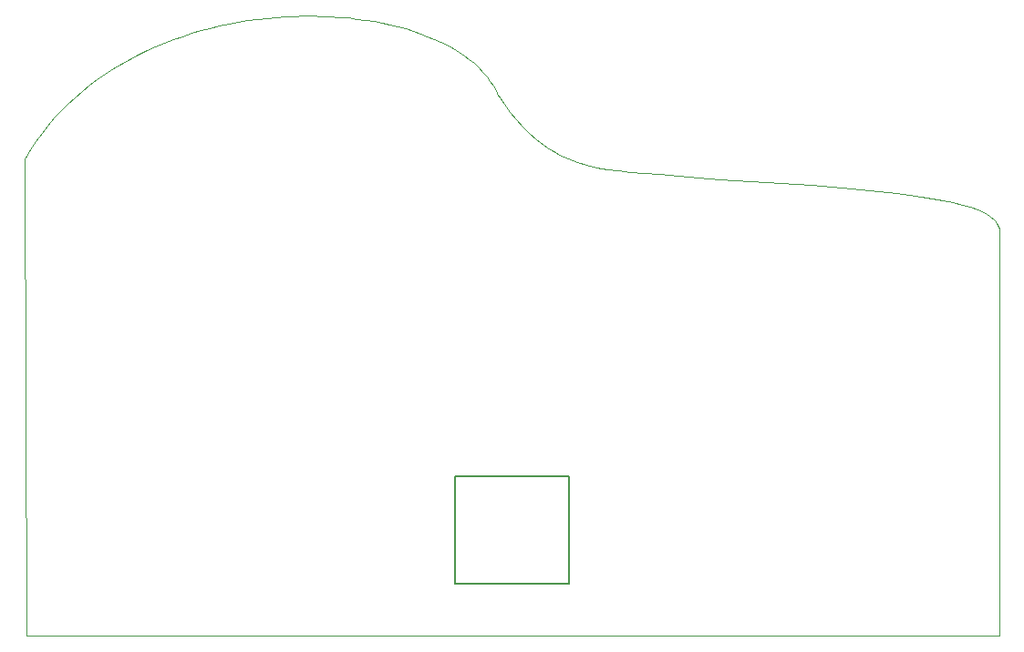
<source format=gbr>
G04 #@! TF.GenerationSoftware,KiCad,Pcbnew,5.0.1*
G04 #@! TF.CreationDate,2019-03-26T00:33:58-05:00*
G04 #@! TF.ProjectId,lid,6C69642E6B696361645F706362000000,rev?*
G04 #@! TF.SameCoordinates,Original*
G04 #@! TF.FileFunction,Profile,NP*
%FSLAX46Y46*%
G04 Gerber Fmt 4.6, Leading zero omitted, Abs format (unit mm)*
G04 Created by KiCad (PCBNEW 5.0.1) date Tue 26 Mar 2019 12:33:58 AM CDT*
%MOMM*%
%LPD*%
G01*
G04 APERTURE LIST*
%ADD10C,0.150000*%
%ADD11C,0.100000*%
G04 APERTURE END LIST*
D10*
X141500000Y-105000000D02*
X141200000Y-105000000D01*
X151500000Y-105000000D02*
X151800000Y-105000000D01*
D11*
X101250000Y-75500000D02*
X101275000Y-75425000D01*
D10*
X141200000Y-105000000D02*
X141200000Y-115000000D01*
X151500000Y-105000000D02*
X141500000Y-105000000D01*
X151800000Y-115000000D02*
X151800000Y-105000000D01*
X141200000Y-115000000D02*
X151800000Y-115000000D01*
D11*
X101258751Y-75503953D02*
X101377892Y-119882859D01*
X101377892Y-119882859D02*
X191717735Y-119882859D01*
X191717735Y-119882859D02*
X191717735Y-82236328D01*
X125379845Y-62287109D02*
X124515472Y-62348258D01*
X124515472Y-62348258D02*
X123647848Y-62429573D01*
X123647848Y-62429573D02*
X122778016Y-62531294D01*
X122778016Y-62531294D02*
X121907018Y-62653660D01*
X121907018Y-62653660D02*
X121035895Y-62796913D01*
X121035895Y-62796913D02*
X120165691Y-62961292D01*
X120165691Y-62961292D02*
X119297446Y-63147038D01*
X119297446Y-63147038D02*
X118432204Y-63354391D01*
X118432204Y-63354391D02*
X117571005Y-63583591D01*
X117571005Y-63583591D02*
X116714893Y-63834879D01*
X116714893Y-63834879D02*
X115864909Y-64108494D01*
X115864909Y-64108494D02*
X115022095Y-64404676D01*
X115022095Y-64404676D02*
X114187493Y-64723667D01*
X114187493Y-64723667D02*
X113362146Y-65065706D01*
X113362146Y-65065706D02*
X112547095Y-65431033D01*
X112547095Y-65431033D02*
X111743382Y-65819889D01*
X111743382Y-65819889D02*
X110952050Y-66232514D01*
X110952050Y-66232514D02*
X110174141Y-66669148D01*
X110174141Y-66669148D02*
X109410696Y-67130032D01*
X109410696Y-67130032D02*
X108662758Y-67615405D01*
X108662758Y-67615405D02*
X107931369Y-68125507D01*
X107931369Y-68125507D02*
X107217570Y-68660580D01*
X107217570Y-68660580D02*
X106522404Y-69220862D01*
X106522404Y-69220862D02*
X105846913Y-69806595D01*
X105846913Y-69806595D02*
X105192139Y-70418019D01*
X105192139Y-70418019D02*
X104559124Y-71055374D01*
X104559124Y-71055374D02*
X103948910Y-71718899D01*
X103948910Y-71718899D02*
X103362540Y-72408836D01*
X103362540Y-72408836D02*
X102801054Y-73125424D01*
X102801054Y-73125424D02*
X102265496Y-73868904D01*
X102265496Y-73868904D02*
X101756907Y-74639516D01*
X101756907Y-74639516D02*
X101276329Y-75437500D01*
X191717769Y-82236380D02*
X191702818Y-82031685D01*
X191702818Y-82031685D02*
X191655409Y-81834274D01*
X191655409Y-81834274D02*
X191576889Y-81644182D01*
X191576889Y-81644182D02*
X191468600Y-81461445D01*
X191468600Y-81461445D02*
X191331887Y-81286096D01*
X191331887Y-81286096D02*
X191168094Y-81118173D01*
X191168094Y-81118173D02*
X190978565Y-80957709D01*
X190978565Y-80957709D02*
X190764644Y-80804740D01*
X190764644Y-80804740D02*
X190527039Y-80658469D01*
X190527039Y-80658469D02*
X190265918Y-80517899D01*
X190265918Y-80517899D02*
X189675270Y-80252803D01*
X189675270Y-80252803D02*
X188996984Y-80007327D01*
X188996984Y-80007327D02*
X188235347Y-79779349D01*
X188235347Y-79779349D02*
X187394771Y-79567177D01*
X187394771Y-79567177D02*
X186480026Y-79369844D01*
X186480026Y-79369844D02*
X185495936Y-79186316D01*
X185495936Y-79186316D02*
X184447323Y-79015557D01*
X184447323Y-79015557D02*
X183339010Y-78856532D01*
X183339010Y-78856532D02*
X182175819Y-78708205D01*
X182175819Y-78708205D02*
X179704097Y-78439505D01*
X179704097Y-78439505D02*
X177071207Y-78201308D01*
X177071207Y-78201308D02*
X174316928Y-77985669D01*
X174316928Y-77985669D02*
X168602900Y-77590152D01*
X168602900Y-77590152D02*
X165722501Y-77394320D01*
X165722501Y-77394320D02*
X162879412Y-77189136D01*
X162879412Y-77189136D02*
X160113308Y-76966622D01*
X160113308Y-76966622D02*
X157463863Y-76718802D01*
X157463863Y-76718802D02*
X157459963Y-76718802D01*
X157459963Y-76718802D02*
X157457963Y-76716802D01*
X157457963Y-76716802D02*
X156352718Y-76624063D01*
X156352718Y-76624063D02*
X155307700Y-76486574D01*
X155307700Y-76486574D02*
X154319661Y-76303861D01*
X154319661Y-76303861D02*
X153385353Y-76075451D01*
X153385353Y-76075451D02*
X152501530Y-75800870D01*
X152501530Y-75800870D02*
X152077534Y-75646117D01*
X152077534Y-75646117D02*
X151664942Y-75479643D01*
X151664942Y-75479643D02*
X151263347Y-75301390D01*
X151263347Y-75301390D02*
X150872343Y-75111298D01*
X150872343Y-75111298D02*
X150491525Y-74909308D01*
X150491525Y-74909308D02*
X150120485Y-74695360D01*
X150120485Y-74695360D02*
X149758819Y-74469396D01*
X149758819Y-74469396D02*
X149406121Y-74231356D01*
X149406121Y-74231356D02*
X148726002Y-73718811D01*
X148726002Y-73718811D02*
X148076881Y-73157251D01*
X148076881Y-73157251D02*
X147455510Y-72546204D01*
X147455510Y-72546204D02*
X146858642Y-71885195D01*
X146858642Y-71885195D02*
X146283030Y-71173749D01*
X146283030Y-71173749D02*
X145725424Y-70411395D01*
X145725424Y-70411395D02*
X145182579Y-69597656D01*
X145182579Y-69597656D02*
X145192379Y-69617187D01*
X145192379Y-69617187D02*
X144975818Y-69150447D01*
X144975818Y-69150447D02*
X144722655Y-68697038D01*
X144722655Y-68697038D02*
X144433964Y-68257159D01*
X144433964Y-68257159D02*
X144110818Y-67831004D01*
X144110818Y-67831004D02*
X143754293Y-67418772D01*
X143754293Y-67418772D02*
X143365460Y-67020660D01*
X143365460Y-67020660D02*
X142945394Y-66636863D01*
X142945394Y-66636863D02*
X142495170Y-66267578D01*
X142495170Y-66267578D02*
X142015859Y-65913004D01*
X142015859Y-65913004D02*
X141508537Y-65573335D01*
X141508537Y-65573335D02*
X140974277Y-65248769D01*
X140974277Y-65248769D02*
X140414152Y-64939504D01*
X140414152Y-64939504D02*
X139829237Y-64645735D01*
X139829237Y-64645735D02*
X139220605Y-64367659D01*
X139220605Y-64367659D02*
X138589329Y-64105474D01*
X138589329Y-64105474D02*
X137936485Y-63859375D01*
X137936485Y-63859375D02*
X137263046Y-63629550D01*
X137263046Y-63629550D02*
X136569958Y-63416207D01*
X136569958Y-63416207D02*
X135858250Y-63219572D01*
X135858250Y-63219572D02*
X135128950Y-63039873D01*
X135128950Y-63039873D02*
X134383089Y-62877336D01*
X134383089Y-62877336D02*
X133621695Y-62732188D01*
X133621695Y-62732188D02*
X132845797Y-62604658D01*
X132845797Y-62604658D02*
X132056424Y-62494971D01*
X132056424Y-62494971D02*
X131254606Y-62403355D01*
X131254606Y-62403355D02*
X130441371Y-62330037D01*
X130441371Y-62330037D02*
X129617749Y-62275245D01*
X129617749Y-62275245D02*
X128784768Y-62239205D01*
X128784768Y-62239205D02*
X127943458Y-62222144D01*
X127943458Y-62222144D02*
X127094848Y-62224290D01*
X127094848Y-62224290D02*
X126239968Y-62245869D01*
X126239968Y-62245869D02*
X125379845Y-62287109D01*
X125379845Y-62287109D02*
X125379845Y-62287109D01*
M02*

</source>
